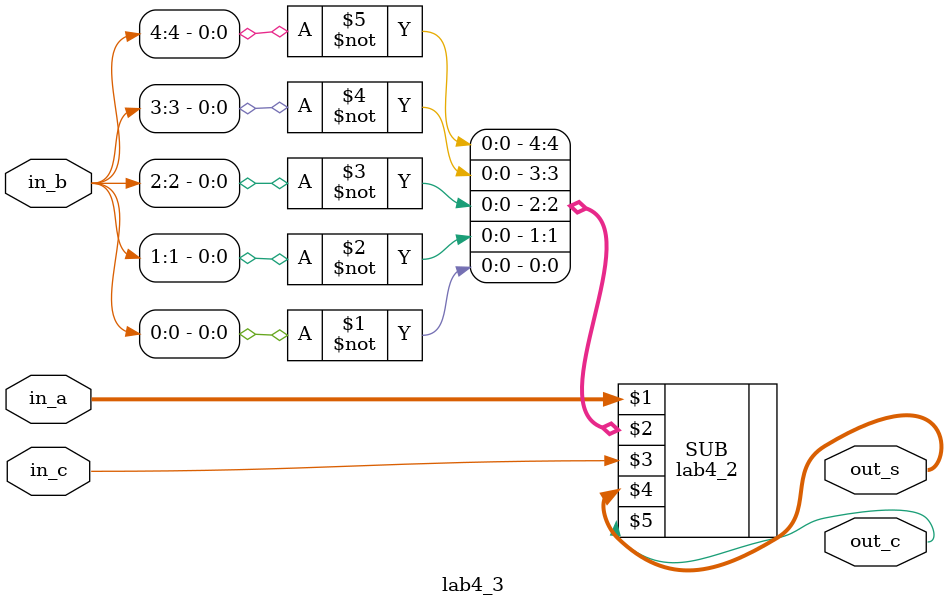
<source format=v>
/* CSED273 lab4 experiment 3 */
/* lab4_3.v */

/* Implement 5-Bit Ripple Subtractor
 * You must use lab4_2 module in lab4_2.v
 * You may use keword "assign" and bitwise opeartor
 * or just implement with gate-level modeling*/
module lab4_3(
    input [4:0] in_a,
    input [4:0] in_b,
    input in_c,
    output [4:0] out_s,
    output out_c
    );

    ////////////////////////
    
    lab4_2 SUB({in_a[4], in_a[3], in_a[2], in_a[1], in_a[0]}, {~in_b[4], ~in_b[3], ~in_b[2], ~in_b[1], ~in_b[0]}, in_c, {out_s[4], out_s[3], out_s[2], out_s[1], out_s[0]}, out_c);
    
    ////////////////////////

endmodule
</source>
